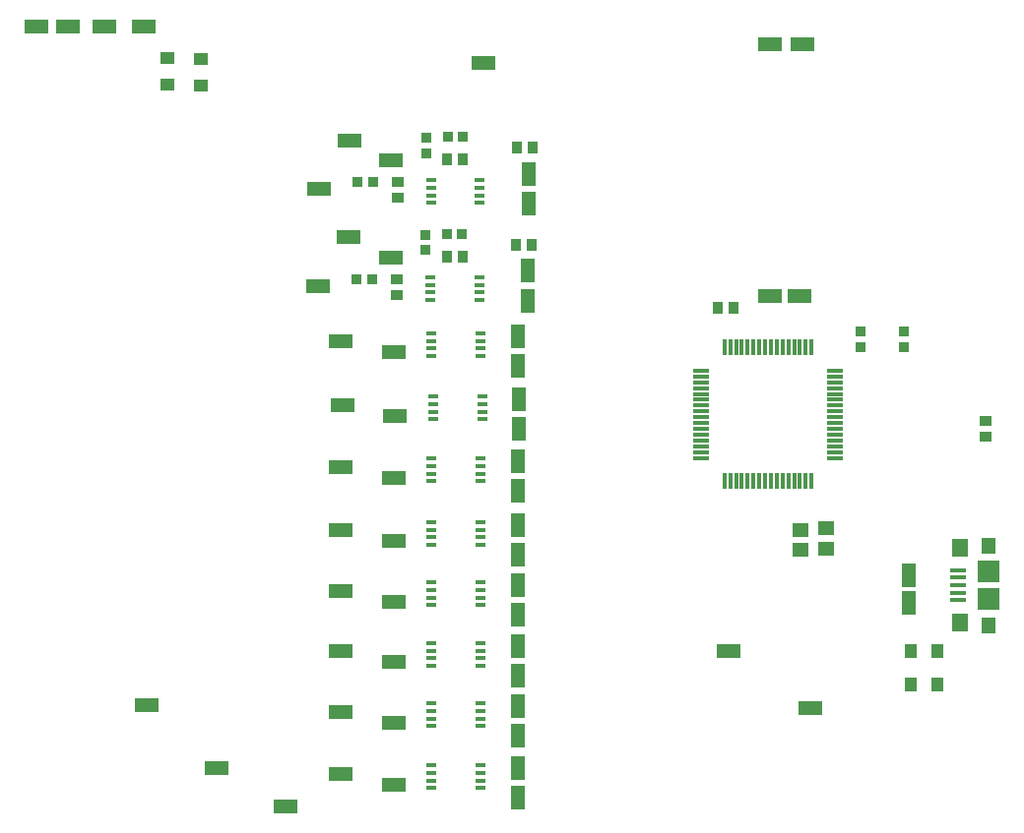
<source format=gtp>
G04*
G04 #@! TF.GenerationSoftware,Altium Limited,Altium Designer,19.0.12 (326)*
G04*
G04 Layer_Color=8421504*
%FSLAX25Y25*%
%MOIN*%
G70*
G01*
G75*
%ADD16R,0.03543X0.03937*%
%ADD17R,0.08071X0.04528*%
%ADD18R,0.05118X0.04331*%
%ADD19R,0.04331X0.05118*%
%ADD20R,0.03937X0.03543*%
%ADD21R,0.03740X0.03347*%
%ADD22R,0.01181X0.05315*%
%ADD23R,0.05315X0.01181*%
%ADD24R,0.04528X0.08071*%
%ADD25R,0.05315X0.04528*%
%ADD26R,0.03500X0.01654*%
%ADD27R,0.07480X0.07480*%
%ADD28R,0.05118X0.05709*%
%ADD29R,0.05512X0.06299*%
%ADD30R,0.05315X0.01575*%
%ADD31R,0.03347X0.03740*%
D16*
X246607Y176035D02*
D03*
X251922D02*
D03*
X154931Y193607D02*
D03*
X160246D02*
D03*
X178342Y197500D02*
D03*
X183658D02*
D03*
X178589Y230356D02*
D03*
X183905D02*
D03*
X155178Y226463D02*
D03*
X160493D02*
D03*
D17*
X274528Y180035D02*
D03*
X264365D02*
D03*
X26807Y271500D02*
D03*
X264463Y265443D02*
D03*
X275500D02*
D03*
X77000Y20134D02*
D03*
X53500Y41308D02*
D03*
X167500Y259138D02*
D03*
X100500Y7110D02*
D03*
X278000Y40500D02*
D03*
X250244Y59823D02*
D03*
X137000Y14500D02*
D03*
X119098Y18157D02*
D03*
X137000Y35500D02*
D03*
X119098Y39157D02*
D03*
X137000Y97000D02*
D03*
X119098Y100657D02*
D03*
X137000Y118500D02*
D03*
X119098Y122157D02*
D03*
X137000Y76500D02*
D03*
X119098Y80157D02*
D03*
X137000Y56000D02*
D03*
X119098Y59657D02*
D03*
X137500Y139500D02*
D03*
X119598Y143157D02*
D03*
X137000Y161000D02*
D03*
X119098Y164657D02*
D03*
X135917Y193215D02*
D03*
X136164Y226071D02*
D03*
X121671Y200000D02*
D03*
X121918Y232856D02*
D03*
X111317Y183500D02*
D03*
X111564Y216356D02*
D03*
X52268Y271500D02*
D03*
X16000D02*
D03*
X39000Y271500D02*
D03*
D18*
X71759Y260528D02*
D03*
Y251472D02*
D03*
X60358Y260720D02*
D03*
Y251665D02*
D03*
D19*
X321055Y59937D02*
D03*
X312000D02*
D03*
Y48299D02*
D03*
X321055D02*
D03*
D20*
X337465Y137784D02*
D03*
Y132468D02*
D03*
X138089Y180450D02*
D03*
Y185765D02*
D03*
X138336Y213306D02*
D03*
Y218621D02*
D03*
D21*
X309646Y168047D02*
D03*
Y162929D02*
D03*
X295151Y168047D02*
D03*
Y162929D02*
D03*
X147730Y200774D02*
D03*
Y195656D02*
D03*
X147977Y233630D02*
D03*
Y228512D02*
D03*
D22*
X278465Y162685D02*
D03*
X276497D02*
D03*
X274528D02*
D03*
X272560D02*
D03*
X270591D02*
D03*
X268623D02*
D03*
X266654D02*
D03*
X264686D02*
D03*
X262717D02*
D03*
X260749D02*
D03*
X258780D02*
D03*
X256812D02*
D03*
X254843D02*
D03*
X252875D02*
D03*
X250906D02*
D03*
X248938D02*
D03*
Y117409D02*
D03*
X250906D02*
D03*
X252875D02*
D03*
X254843D02*
D03*
X256812D02*
D03*
X258780D02*
D03*
X260749D02*
D03*
X262717D02*
D03*
X264686D02*
D03*
X266654D02*
D03*
X268623D02*
D03*
X270591D02*
D03*
X272560D02*
D03*
X274528D02*
D03*
X276497D02*
D03*
X278465D02*
D03*
D23*
X241064Y154811D02*
D03*
Y152842D02*
D03*
Y150874D02*
D03*
Y148906D02*
D03*
Y146937D02*
D03*
Y144968D02*
D03*
Y143000D02*
D03*
Y141032D02*
D03*
Y139063D02*
D03*
Y137094D02*
D03*
Y135126D02*
D03*
Y133158D02*
D03*
Y131189D02*
D03*
Y129220D02*
D03*
Y127252D02*
D03*
Y125284D02*
D03*
X286339D02*
D03*
Y127252D02*
D03*
Y129220D02*
D03*
Y131189D02*
D03*
Y133158D02*
D03*
Y135126D02*
D03*
Y137094D02*
D03*
Y139063D02*
D03*
Y141032D02*
D03*
Y143000D02*
D03*
Y144968D02*
D03*
Y146937D02*
D03*
Y148906D02*
D03*
Y150874D02*
D03*
Y152842D02*
D03*
Y154811D02*
D03*
D24*
X311500Y76229D02*
D03*
Y85376D02*
D03*
X179000Y20027D02*
D03*
X179000Y10027D02*
D03*
X179000Y41027D02*
D03*
X179000Y31027D02*
D03*
X179000Y102527D02*
D03*
X179000Y92527D02*
D03*
X179000Y124027D02*
D03*
X179000Y114027D02*
D03*
X179000Y82027D02*
D03*
X179000Y72027D02*
D03*
X179000Y61527D02*
D03*
X179000Y51527D02*
D03*
X179500Y145027D02*
D03*
X179500Y135027D02*
D03*
X179000Y166527D02*
D03*
X179000Y156527D02*
D03*
X182500Y188718D02*
D03*
X182747Y221574D02*
D03*
X182348Y178460D02*
D03*
X182595Y211315D02*
D03*
D25*
X283500Y94402D02*
D03*
Y101291D02*
D03*
X274627Y94055D02*
D03*
Y100945D02*
D03*
D26*
X166388Y159819D02*
D03*
Y162378D02*
D03*
Y164937D02*
D03*
Y167496D02*
D03*
X149809Y159819D02*
D03*
Y162378D02*
D03*
Y164937D02*
D03*
Y167496D02*
D03*
X166888Y138319D02*
D03*
Y140878D02*
D03*
Y143437D02*
D03*
Y145996D02*
D03*
X150309Y138319D02*
D03*
Y140878D02*
D03*
Y143437D02*
D03*
Y145996D02*
D03*
X166388Y117319D02*
D03*
Y119878D02*
D03*
Y122437D02*
D03*
Y124996D02*
D03*
X149809Y117319D02*
D03*
Y119878D02*
D03*
Y122437D02*
D03*
Y124996D02*
D03*
X166388Y95819D02*
D03*
Y98378D02*
D03*
Y100937D02*
D03*
Y103496D02*
D03*
X149809Y95819D02*
D03*
Y98378D02*
D03*
Y100937D02*
D03*
Y103496D02*
D03*
X166388Y75319D02*
D03*
Y77878D02*
D03*
Y80437D02*
D03*
Y82996D02*
D03*
X149809Y75319D02*
D03*
Y77878D02*
D03*
Y80437D02*
D03*
Y82996D02*
D03*
X166388Y54819D02*
D03*
Y57378D02*
D03*
Y59937D02*
D03*
Y62496D02*
D03*
X149809Y54819D02*
D03*
Y57378D02*
D03*
Y59937D02*
D03*
Y62496D02*
D03*
X166388Y34319D02*
D03*
Y36878D02*
D03*
Y39437D02*
D03*
Y41996D02*
D03*
X149809Y34319D02*
D03*
Y36878D02*
D03*
Y39437D02*
D03*
Y41996D02*
D03*
Y20996D02*
D03*
Y18437D02*
D03*
Y15878D02*
D03*
Y13319D02*
D03*
X166388Y20996D02*
D03*
Y18437D02*
D03*
Y15878D02*
D03*
Y13319D02*
D03*
X165878Y178769D02*
D03*
Y181328D02*
D03*
Y183887D02*
D03*
Y186446D02*
D03*
X149300Y178769D02*
D03*
Y181328D02*
D03*
Y183887D02*
D03*
Y186446D02*
D03*
X166125Y211625D02*
D03*
Y214184D02*
D03*
Y216743D02*
D03*
Y219302D02*
D03*
X149547Y211625D02*
D03*
Y214184D02*
D03*
Y216743D02*
D03*
Y219302D02*
D03*
D27*
X338500Y86823D02*
D03*
Y77374D02*
D03*
D28*
Y95583D02*
D03*
Y68614D02*
D03*
D29*
X328854Y94697D02*
D03*
Y69500D02*
D03*
D30*
X327969Y87217D02*
D03*
Y84658D02*
D03*
Y79539D02*
D03*
Y76980D02*
D03*
Y82098D02*
D03*
D31*
X124530Y185765D02*
D03*
X129648D02*
D03*
X155030Y201107D02*
D03*
X160148D02*
D03*
X155277Y233963D02*
D03*
X160395D02*
D03*
X129895Y218621D02*
D03*
X124777D02*
D03*
M02*

</source>
